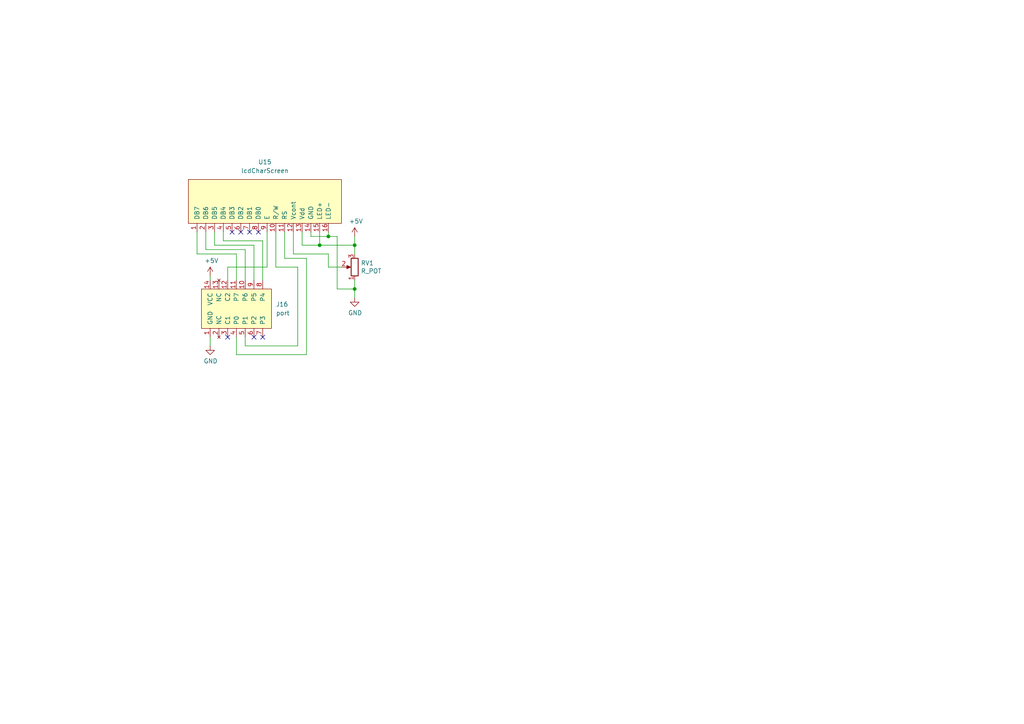
<source format=kicad_sch>
(kicad_sch (version 20231120) (generator "eeschema") (generator_version "8.0")
  (paper "A4")
  (title_block (title "Character display adapter"))
  (lib_symbols
    (symbol "6502:lcdCharScreen" (pin_names (offset 1.016))
      (property "Reference" "U" (at -1.27 8.89 0))
      (property "Value" "lcdCharScreen" (at -1.27 3.81 0))
      (symbol "lcdCharScreen_0_1"
        (rectangle (start -22.86 6.35) (end 21.59 -6.35) (fill (type background)))
      )
      (symbol "lcdCharScreen_1_1"
        (pin bidirectional line (at -20.32 -8.89 90) (length 2.54) (name "DB7") (number "1"))
        (pin input line (at 2.54 -8.89 90) (length 2.54) (name "R/W") (number "10"))
        (pin input line (at 5.08 -8.89 90) (length 2.54) (name "RS") (number "11"))
        (pin input line (at 7.62 -8.89 90) (length 2.54) (name "Vcont") (number "12"))
        (pin power_in line (at 10.16 -8.89 90) (length 2.54) (name "Vdd") (number "13"))
        (pin power_in line (at 12.7 -8.89 90) (length 2.54) (name "GND") (number "14"))
        (pin power_in line (at 15.24 -8.89 90) (length 2.54) (name "LED+") (number "15"))
        (pin power_in line (at 17.78 -8.89 90) (length 2.54) (name "LED-") (number "16"))
        (pin bidirectional line (at -17.78 -8.89 90) (length 2.54) (name "DB6") (number "2"))
        (pin bidirectional line (at -15.24 -8.89 90) (length 2.54) (name "DB5") (number "3"))
        (pin bidirectional line (at -12.7 -8.89 90) (length 2.54) (name "DB4") (number "4"))
        (pin bidirectional line (at -10.16 -8.89 90) (length 2.54) (name "DB3") (number "5"))
        (pin bidirectional line (at -7.62 -8.89 90) (length 2.54) (name "DB2") (number "6"))
        (pin bidirectional line (at -5.08 -8.89 90) (length 2.54) (name "DB1") (number "7"))
        (pin bidirectional line (at -2.54 -8.89 90) (length 2.54) (name "DB0") (number "8"))
        (pin input line (at 0 -8.89 90) (length 2.54) (name "E") (number "9"))
      )
    )
    (symbol "6502:port" (pin_names (offset 1.016))
      (property "Reference" "J" (at 1.27 11.43 0))
      (property "Value" "port" (at -3.81 11.43 0))
      (symbol "port_0_1"
        (rectangle (start -6.35 10.16) (end 5.08 -10.16) (fill (type background)))
      )
      (symbol "port_1_1"
        (pin power_in line (at -8.89 7.62 0) (length 2.54) (name "GND") (number "1"))
        (pin passive line (at 7.62 -2.54 180) (length 2.54) (name "P6") (number "10"))
        (pin passive line (at 7.62 0 180) (length 2.54) (name "P7") (number "11"))
        (pin passive line (at 7.62 2.54 180) (length 2.54) (name "C2") (number "12"))
        (pin no_connect line (at 7.62 5.08 180) (length 2.54) (name "NC") (number "13"))
        (pin power_in line (at 7.62 7.62 180) (length 2.54) (name "VCC") (number "14"))
        (pin no_connect line (at -8.89 5.08 0) (length 2.54) (name "NC") (number "2"))
        (pin passive line (at -8.89 2.54 0) (length 2.54) (name "C1") (number "3"))
        (pin passive line (at -8.89 0 0) (length 2.54) (name "P0") (number "4"))
        (pin passive line (at -8.89 -2.54 0) (length 2.54) (name "P1") (number "5"))
        (pin passive line (at -8.89 -5.08 0) (length 2.54) (name "P2") (number "6"))
        (pin passive line (at -8.89 -7.62 0) (length 2.54) (name "P3") (number "7"))
        (pin passive line (at 7.62 -7.62 180) (length 2.54) (name "P4") (number "8"))
        (pin passive line (at 7.62 -5.08 180) (length 2.54) (name "P5") (number "9"))
      )
    )
    (symbol "Device:R_POT" (pin_names (offset 1.016) hide)
      (property "Reference" "RV" (at -4.445 0 90))
      (property "Value" "Device_R_POT" (at -2.54 0 90))
      (symbol "R_POT_0_1"
        (polyline (pts (xy 2.54 0) (xy 1.524 0)))
        (polyline (pts (xy 1.143 0) (xy 2.286 0.508) (xy 2.286 -0.508) (xy 1.143 0)) (fill (type outline)))
        (rectangle (start 1.016 2.54) (end -1.016 -2.54) (stroke (width 0.254)))
      )
      (symbol "R_POT_1_1"
        (pin passive line (at 0 3.81 270) (length 1.27) (name "1") (number "1"))
        (pin passive line (at 3.81 0 180) (length 1.27) (name "2") (number "2"))
        (pin passive line (at 0 -3.81 90) (length 1.27) (name "3") (number "3"))
      )
    )
    (symbol "power:+5V" (power) (pin_numbers hide) (pin_names (offset 0) hide)
      (property "Value" "+5V" (at 0 3.556 0))
      (symbol "+5V_0_1"
        (polyline (pts (xy -0.762 1.27) (xy 0 2.54)))
        (polyline (pts (xy 0 0) (xy 0 2.54)))
        (polyline (pts (xy 0 2.54) (xy 0.762 1.27)))
      )
      (symbol "+5V_1_1"
        (pin power_in line (at 0 0 90) (length 0) (name "~") (number "1"))
      )
    )
    (symbol "power:GND" (power) (pin_numbers hide) (pin_names (offset 0) hide)
      (property "Value" "GND" (at 0 -3.81 0))
      (symbol "GND_0_1"
        (polyline (pts (xy 0 0) (xy 0 -1.27) (xy 1.27 -1.27) (xy 0 -2.54) (xy -1.27 -1.27) (xy 0 -1.27)))
      )
      (symbol "GND_1_1"
        (pin power_in line (at 0 0 270) (length 0) (name "~") (number "1"))
      )
    )
  )
  (junction (at 92.71 71.12))
  (junction (at 102.87 83.82))
  (junction (at 102.87 71.12))
  (junction (at 95.25 68.58))
  (no_connect (at 76.2 97.79))
  (no_connect (at 74.93 67.31))
  (no_connect (at 67.31 67.31))
  (no_connect (at 66.04 97.79))
  (no_connect (at 72.39 67.31))
  (no_connect (at 73.66 97.79))
  (no_connect (at 69.85 67.31))
  (wire (pts (xy 80.01 77.47) (xy 80.01 67.31)))
  (wire (pts (xy 57.15 73.66) (xy 57.15 67.31)))
  (wire (pts (xy 77.47 77.47) (xy 77.47 67.31)))
  (wire (pts (xy 102.87 71.12) (xy 102.87 73.66)))
  (wire (pts (xy 64.77 69.85) (xy 64.77 67.31)))
  (wire (pts (xy 87.63 71.12) (xy 92.71 71.12)))
  (wire (pts (xy 68.58 102.87) (xy 88.9 102.87)))
  (wire (pts (xy 73.66 81.28) (xy 73.66 71.12)))
  (wire (pts (xy 71.12 97.79) (xy 71.12 100.33)))
  (wire (pts (xy 86.36 100.33) (xy 86.36 77.47)))
  (wire (pts (xy 66.04 81.28) (xy 66.04 77.47)))
  (wire (pts (xy 68.58 97.79) (xy 68.58 102.87)))
  (wire (pts (xy 76.2 81.28) (xy 76.2 69.85)))
  (wire (pts (xy 97.79 68.58) (xy 97.79 83.82)))
  (wire (pts (xy 92.71 67.31) (xy 92.71 71.12)))
  (wire (pts (xy 71.12 100.33) (xy 86.36 100.33)))
  (wire (pts (xy 66.04 77.47) (xy 77.47 77.47)))
  (wire (pts (xy 85.09 67.31) (xy 85.09 73.66)))
  (wire (pts (xy 92.71 71.12) (xy 102.87 71.12)))
  (wire (pts (xy 82.55 74.93) (xy 82.55 67.31)))
  (wire (pts (xy 102.87 68.58) (xy 102.87 71.12)))
  (wire (pts (xy 102.87 83.82) (xy 102.87 86.36)))
  (wire (pts (xy 68.58 73.66) (xy 57.15 73.66)))
  (wire (pts (xy 95.25 73.66) (xy 95.25 77.47)))
  (wire (pts (xy 71.12 81.28) (xy 71.12 72.39)))
  (wire (pts (xy 62.23 71.12) (xy 62.23 67.31)))
  (wire (pts (xy 90.17 67.31) (xy 90.17 68.58)))
  (wire (pts (xy 90.17 68.58) (xy 95.25 68.58)))
  (wire (pts (xy 71.12 72.39) (xy 59.69 72.39)))
  (wire (pts (xy 60.96 97.79) (xy 60.96 100.33)))
  (wire (pts (xy 73.66 71.12) (xy 62.23 71.12)))
  (wire (pts (xy 87.63 67.31) (xy 87.63 71.12)))
  (wire (pts (xy 60.96 80.01) (xy 60.96 81.28)))
  (wire (pts (xy 86.36 77.47) (xy 80.01 77.47)))
  (wire (pts (xy 97.79 83.82) (xy 102.87 83.82)))
  (wire (pts (xy 68.58 81.28) (xy 68.58 73.66)))
  (wire (pts (xy 88.9 74.93) (xy 82.55 74.93)))
  (wire (pts (xy 59.69 72.39) (xy 59.69 67.31)))
  (wire (pts (xy 88.9 102.87) (xy 88.9 74.93)))
  (wire (pts (xy 76.2 69.85) (xy 64.77 69.85)))
  (wire (pts (xy 95.25 67.31) (xy 95.25 68.58)))
  (wire (pts (xy 95.25 68.58) (xy 97.79 68.58)))
  (wire (pts (xy 102.87 83.82) (xy 102.87 81.28)))
  (wire (pts (xy 85.09 73.66) (xy 95.25 73.66)))
  (wire (pts (xy 95.25 77.47) (xy 99.06 77.47)))
  (symbol (lib_id "power:GND") (at 60.96 100.33 0) (unit 1)
    (property "Reference" "#PWR081" (effects (hide yes)))
    (property "Value" "GND" (at 61.087 104.7242 0))
    (property "Description" "Power symbol creates a global label with name \"GND\" , ground" (effects (hide yes)))
  )
  (symbol (lib_id "6502:port") (at 68.58 88.9 90) (unit 1)
    (property "Reference" "J16" (at 80.01 88.2649 90) (effects (justify right)))
    (property "Value" "port" (at 80.01 90.8049 90) (effects (justify right)))
  )
  (symbol (lib_id "power:+5V") (at 102.87 68.58 0) (unit 1)
    (property "Reference" "#PWR082" (effects (hide yes)))
    (property "Value" "+5V" (at 103.251 64.1858 0))
    (property "Description" "Power symbol creates a global label with name \"+5V\"" (effects (hide yes)))
  )
  (symbol (lib_id "6502:lcdCharScreen") (at 77.47 58.42 0) (unit 1)
    (property "Reference" "U15" (at 76.835 46.99 0))
    (property "Value" "lcdCharScreen" (at 76.835 49.53 0))
  )
  (symbol (lib_id "Device:R_POT") (at 102.87 77.47 180) (unit 1)
    (property "Reference" "RV1" (at 104.648 76.3016 0) (effects (justify right)))
    (property "Value" "R_POT" (at 104.648 78.613 0) (effects (justify right)))
  )
  (symbol (lib_id "power:+5V") (at 60.96 80.01 0) (unit 1)
    (property "Reference" "#PWR080" (effects (hide yes)))
    (property "Value" "+5V" (at 61.341 75.6158 0))
    (property "Description" "Power symbol creates a global label with name \"+5V\"" (effects (hide yes)))
  )
  (symbol (lib_id "power:GND") (at 102.87 86.36 0) (unit 1)
    (property "Reference" "#PWR083" (effects (hide yes)))
    (property "Value" "GND" (at 102.997 90.7542 0))
    (property "Description" "Power symbol creates a global label with name \"GND\" , ground" (effects (hide yes)))
  )
)
</source>
